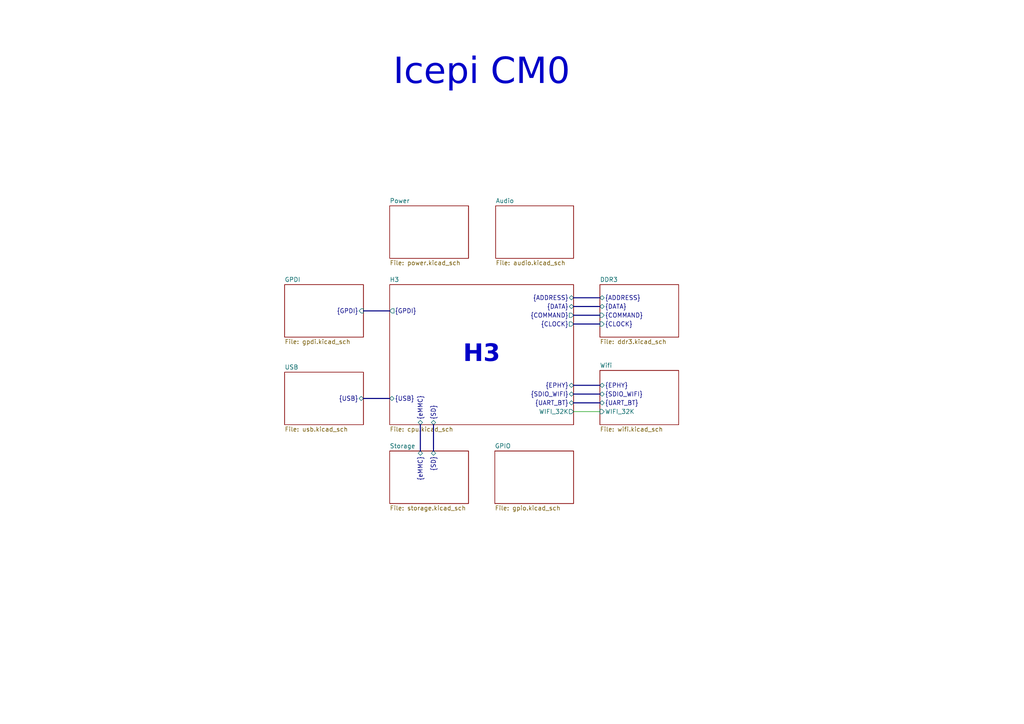
<source format=kicad_sch>
(kicad_sch
	(version 20250114)
	(generator "eeschema")
	(generator_version "9.0")
	(uuid "b53f5dbb-8078-4818-9e8f-fdf90ba6d854")
	(paper "A4")
	(title_block
		(title "Icepi CM0")
		(date "2025-11-03")
		(rev "v1.0")
		(company "Icy Electronics")
		(comment 1 "Chengyin Yao (cheyao)")
		(comment 2 "https://github.com/cheyao/icepi-cm0")
	)
	(lib_symbols)
	(text "H3"
		(exclude_from_sim no)
		(at 139.7 104.14 0)
		(effects
			(font
				(face "Fira Sans SemiBold")
				(size 5 5)
			)
		)
		(uuid "a59f2c61-4ae6-49f7-a3f4-23665f9544b6")
	)
	(text "Icepi CM0"
		(exclude_from_sim no)
		(at 139.7 23.114 0)
		(effects
			(font
				(face "Fira Sans Medium")
				(size 7.5 7.5)
			)
		)
		(uuid "de8ea4d3-288e-4dbd-96ad-abe273526089")
	)
	(bus
		(pts
			(xy 105.41 90.17) (xy 113.03 90.17)
		)
		(stroke
			(width 0)
			(type default)
		)
		(uuid "0b1276b5-9014-4974-9de3-1fdcc209ee54")
	)
	(bus
		(pts
			(xy 166.37 116.84) (xy 173.99 116.84)
		)
		(stroke
			(width 0)
			(type default)
		)
		(uuid "269da0b4-5a9a-40ba-aeb3-0de572b15d89")
	)
	(bus
		(pts
			(xy 105.41 115.57) (xy 113.03 115.57)
		)
		(stroke
			(width 0)
			(type default)
		)
		(uuid "299ee8cb-d90f-4fbf-8e82-40d5cea3279b")
	)
	(bus
		(pts
			(xy 125.73 123.19) (xy 125.73 130.81)
		)
		(stroke
			(width 0)
			(type default)
		)
		(uuid "3c58e3dc-22e3-4a2d-a870-bd245fd81f06")
	)
	(bus
		(pts
			(xy 166.37 111.76) (xy 173.99 111.76)
		)
		(stroke
			(width 0)
			(type default)
		)
		(uuid "81fd1982-9b9f-4ffc-8e82-207892af44fa")
	)
	(bus
		(pts
			(xy 166.37 114.3) (xy 173.99 114.3)
		)
		(stroke
			(width 0)
			(type default)
		)
		(uuid "8b3660aa-459d-476e-8749-27eeaaf70335")
	)
	(bus
		(pts
			(xy 166.37 86.36) (xy 173.99 86.36)
		)
		(stroke
			(width 0)
			(type default)
		)
		(uuid "8c80bc53-ea4d-4714-9acc-49d715330b8a")
	)
	(wire
		(pts
			(xy 166.37 119.38) (xy 173.99 119.38)
		)
		(stroke
			(width 0)
			(type default)
		)
		(uuid "b51db123-3153-4364-8462-30dfb1575cd2")
	)
	(bus
		(pts
			(xy 166.37 88.9) (xy 173.99 88.9)
		)
		(stroke
			(width 0)
			(type default)
		)
		(uuid "ca042859-03de-45e8-ad2e-40eec1cfccd0")
	)
	(bus
		(pts
			(xy 166.37 93.98) (xy 173.99 93.98)
		)
		(stroke
			(width 0)
			(type default)
		)
		(uuid "ebc59cd1-a025-41bc-ab7b-36b984685a4a")
	)
	(bus
		(pts
			(xy 166.37 91.44) (xy 173.99 91.44)
		)
		(stroke
			(width 0)
			(type default)
		)
		(uuid "edbd6071-78a4-4d79-81ee-bd317d20a576")
	)
	(bus
		(pts
			(xy 121.92 123.19) (xy 121.92 130.81)
		)
		(stroke
			(width 0)
			(type default)
		)
		(uuid "f20d7b01-7db3-4072-8d0c-6b6faa1c3adb")
	)
	(sheet
		(at 173.99 82.55)
		(size 22.86 15.24)
		(exclude_from_sim no)
		(in_bom yes)
		(on_board yes)
		(dnp no)
		(fields_autoplaced yes)
		(stroke
			(width 0.1524)
			(type solid)
		)
		(fill
			(color 0 0 0 0.0000)
		)
		(uuid "32a4bb18-2695-4537-bbd4-f872ec13cb53")
		(property "Sheetname" "DDR3"
			(at 173.99 81.8384 0)
			(effects
				(font
					(size 1.27 1.27)
				)
				(justify left bottom)
			)
		)
		(property "Sheetfile" "ddr3.kicad_sch"
			(at 173.99 98.3746 0)
			(effects
				(font
					(size 1.27 1.27)
				)
				(justify left top)
			)
		)
		(pin "{ADDRESS}" bidirectional
			(at 173.99 86.36 180)
			(uuid "b3d37997-1d4a-4083-bf6c-e059e5aa7a28")
			(effects
				(font
					(size 1.27 1.27)
				)
				(justify left)
			)
		)
		(pin "{COMMAND}" input
			(at 173.99 91.44 180)
			(uuid "bc20fe1c-cc4a-408b-bd12-2807e045ff8a")
			(effects
				(font
					(size 1.27 1.27)
				)
				(justify left)
			)
		)
		(pin "{CLOCK}" input
			(at 173.99 93.98 180)
			(uuid "846aa351-112d-428f-8ca8-f6007803d173")
			(effects
				(font
					(size 1.27 1.27)
				)
				(justify left)
			)
		)
		(pin "{DATA}" bidirectional
			(at 173.99 88.9 180)
			(uuid "bb7a7eb4-c720-4152-9a21-45fc181df5f6")
			(effects
				(font
					(size 1.27 1.27)
				)
				(justify left)
			)
		)
		(instances
			(project "cm0"
				(path "/b53f5dbb-8078-4818-9e8f-fdf90ba6d854"
					(page "3")
				)
			)
		)
	)
	(sheet
		(at 143.51 130.81)
		(size 22.86 15.24)
		(exclude_from_sim no)
		(in_bom yes)
		(on_board yes)
		(dnp no)
		(fields_autoplaced yes)
		(stroke
			(width 0.1524)
			(type solid)
		)
		(fill
			(color 0 0 0 0.0000)
		)
		(uuid "452e4208-fdd2-4279-8880-491fefaabe1c")
		(property "Sheetname" "GPIO"
			(at 143.51 130.0984 0)
			(effects
				(font
					(size 1.27 1.27)
				)
				(justify left bottom)
			)
		)
		(property "Sheetfile" "gpio.kicad_sch"
			(at 143.51 146.6346 0)
			(effects
				(font
					(size 1.27 1.27)
				)
				(justify left top)
			)
		)
		(instances
			(project "cm0"
				(path "/b53f5dbb-8078-4818-9e8f-fdf90ba6d854"
					(page "9")
				)
			)
		)
	)
	(sheet
		(at 113.03 59.69)
		(size 22.86 15.24)
		(exclude_from_sim no)
		(in_bom yes)
		(on_board yes)
		(dnp no)
		(fields_autoplaced yes)
		(stroke
			(width 0.1524)
			(type solid)
		)
		(fill
			(color 0 0 0 0.0000)
		)
		(uuid "4796fa81-9f97-477a-89b6-db3b604885cb")
		(property "Sheetname" "Power"
			(at 113.03 58.9784 0)
			(effects
				(font
					(size 1.27 1.27)
				)
				(justify left bottom)
			)
		)
		(property "Sheetfile" "power.kicad_sch"
			(at 113.03 75.5146 0)
			(effects
				(font
					(size 1.27 1.27)
				)
				(justify left top)
			)
		)
		(instances
			(project "cm0"
				(path "/b53f5dbb-8078-4818-9e8f-fdf90ba6d854"
					(page "8")
				)
			)
		)
	)
	(sheet
		(at 143.764 59.69)
		(size 22.606 15.24)
		(exclude_from_sim no)
		(in_bom yes)
		(on_board yes)
		(dnp no)
		(fields_autoplaced yes)
		(stroke
			(width 0.1524)
			(type solid)
		)
		(fill
			(color 0 0 0 0.0000)
		)
		(uuid "5ae223d4-d68f-4671-997c-b9179dc72885")
		(property "Sheetname" "Audio"
			(at 143.764 58.9784 0)
			(effects
				(font
					(size 1.27 1.27)
				)
				(justify left bottom)
			)
		)
		(property "Sheetfile" "audio.kicad_sch"
			(at 143.764 75.5146 0)
			(effects
				(font
					(size 1.27 1.27)
				)
				(justify left top)
			)
		)
		(instances
			(project "cm0"
				(path "/b53f5dbb-8078-4818-9e8f-fdf90ba6d854"
					(page "10")
				)
			)
		)
	)
	(sheet
		(at 82.55 107.95)
		(size 22.86 15.24)
		(exclude_from_sim no)
		(in_bom yes)
		(on_board yes)
		(dnp no)
		(fields_autoplaced yes)
		(stroke
			(width 0.1524)
			(type solid)
		)
		(fill
			(color 0 0 0 0.0000)
		)
		(uuid "62512c11-db29-412e-825e-173059bf3d51")
		(property "Sheetname" "USB"
			(at 82.55 107.2384 0)
			(effects
				(font
					(size 1.27 1.27)
				)
				(justify left bottom)
			)
		)
		(property "Sheetfile" "usb.kicad_sch"
			(at 82.55 123.7746 0)
			(effects
				(font
					(size 1.27 1.27)
				)
				(justify left top)
			)
		)
		(pin "{USB}" bidirectional
			(at 105.41 115.57 0)
			(uuid "39fdee15-75b9-4fa4-a448-ca071cd3c5e1")
			(effects
				(font
					(size 1.27 1.27)
				)
				(justify right)
			)
		)
		(instances
			(project "cm0"
				(path "/b53f5dbb-8078-4818-9e8f-fdf90ba6d854"
					(page "6")
				)
			)
		)
	)
	(sheet
		(at 173.99 107.442)
		(size 22.86 15.748)
		(exclude_from_sim no)
		(in_bom yes)
		(on_board yes)
		(dnp no)
		(fields_autoplaced yes)
		(stroke
			(width 0.1524)
			(type solid)
		)
		(fill
			(color 0 0 0 0.0000)
		)
		(uuid "70db3a50-a0a5-4d0a-8f2e-7c03c0a0ef9b")
		(property "Sheetname" "Wifi"
			(at 173.99 106.7304 0)
			(effects
				(font
					(size 1.27 1.27)
				)
				(justify left bottom)
			)
		)
		(property "Sheetfile" "wifi.kicad_sch"
			(at 173.99 123.7746 0)
			(effects
				(font
					(size 1.27 1.27)
				)
				(justify left top)
			)
		)
		(pin "WIFI_32K" input
			(at 173.99 119.38 180)
			(uuid "85fe4a53-471e-43bc-87fd-c56e6d1ba5d4")
			(effects
				(font
					(size 1.27 1.27)
				)
				(justify left)
			)
		)
		(pin "{SDIO_WIFI}" bidirectional
			(at 173.99 114.3 180)
			(uuid "b7e461d2-d042-4c27-85d6-edf83f02853f")
			(effects
				(font
					(size 1.27 1.27)
				)
				(justify left)
			)
		)
		(pin "{UART_BT}" bidirectional
			(at 173.99 116.84 180)
			(uuid "e855b8e6-6b53-47fd-8c5d-da4cf014b14b")
			(effects
				(font
					(size 1.27 1.27)
				)
				(justify left)
			)
		)
		(pin "{EPHY}" bidirectional
			(at 173.99 111.76 180)
			(uuid "148412c5-fa5e-4869-b5e5-42f394fcf132")
			(effects
				(font
					(size 1.27 1.27)
				)
				(justify left)
			)
		)
		(instances
			(project "cm0"
				(path "/b53f5dbb-8078-4818-9e8f-fdf90ba6d854"
					(page "4")
				)
			)
		)
	)
	(sheet
		(at 113.03 130.81)
		(size 22.86 15.24)
		(exclude_from_sim no)
		(in_bom yes)
		(on_board yes)
		(dnp no)
		(fields_autoplaced yes)
		(stroke
			(width 0.1524)
			(type solid)
		)
		(fill
			(color 0 0 0 0.0000)
		)
		(uuid "bbbf0a3c-34ab-4b2d-85d9-faf7e9a88445")
		(property "Sheetname" "Storage"
			(at 113.03 130.0984 0)
			(effects
				(font
					(size 1.27 1.27)
				)
				(justify left bottom)
			)
		)
		(property "Sheetfile" "storage.kicad_sch"
			(at 113.03 146.6346 0)
			(effects
				(font
					(size 1.27 1.27)
				)
				(justify left top)
			)
		)
		(pin "{eMMC}" bidirectional
			(at 121.92 130.81 90)
			(uuid "7632f076-4fce-41b0-83c8-cc13eacb227e")
			(effects
				(font
					(size 1.27 1.27)
				)
				(justify right)
			)
		)
		(pin "{SD}" bidirectional
			(at 125.73 130.81 90)
			(uuid "4f0b1f9e-fe1b-439b-9fdd-dfa75b895453")
			(effects
				(font
					(size 1.27 1.27)
				)
				(justify right)
			)
		)
		(instances
			(project "cm0"
				(path "/b53f5dbb-8078-4818-9e8f-fdf90ba6d854"
					(page "7")
				)
			)
		)
	)
	(sheet
		(at 82.55 82.55)
		(size 22.86 15.24)
		(exclude_from_sim no)
		(in_bom yes)
		(on_board yes)
		(dnp no)
		(fields_autoplaced yes)
		(stroke
			(width 0.1524)
			(type solid)
		)
		(fill
			(color 0 0 0 0.0000)
		)
		(uuid "f05ec484-f958-442a-a016-134b1e35dc2c")
		(property "Sheetname" "GPDI"
			(at 82.55 81.8384 0)
			(effects
				(font
					(size 1.27 1.27)
				)
				(justify left bottom)
			)
		)
		(property "Sheetfile" "gpdi.kicad_sch"
			(at 82.55 98.3746 0)
			(effects
				(font
					(size 1.27 1.27)
				)
				(justify left top)
			)
		)
		(pin "{GPDI}" input
			(at 105.41 90.17 0)
			(uuid "68e29fe2-08eb-4f7d-9714-7a86b4462026")
			(effects
				(font
					(size 1.27 1.27)
				)
				(justify right)
			)
		)
		(instances
			(project "cm0"
				(path "/b53f5dbb-8078-4818-9e8f-fdf90ba6d854"
					(page "5")
				)
			)
		)
	)
	(sheet
		(at 113.03 82.55)
		(size 53.34 40.64)
		(exclude_from_sim no)
		(in_bom yes)
		(on_board yes)
		(dnp no)
		(fields_autoplaced yes)
		(stroke
			(width 0.1524)
			(type solid)
		)
		(fill
			(color 0 0 0 0.0000)
		)
		(uuid "f68014a7-1ee9-4b8d-9f3d-298c7b89ee9f")
		(property "Sheetname" "H3"
			(at 113.03 81.8384 0)
			(effects
				(font
					(size 1.27 1.27)
				)
				(justify left bottom)
			)
		)
		(property "Sheetfile" "cpu.kicad_sch"
			(at 113.03 123.7746 0)
			(effects
				(font
					(size 1.27 1.27)
				)
				(justify left top)
			)
		)
		(pin "{ADDRESS}" bidirectional
			(at 166.37 86.36 0)
			(uuid "28aa1e5a-6bd0-4d1a-b2e5-470314909605")
			(effects
				(font
					(size 1.27 1.27)
				)
				(justify right)
			)
		)
		(pin "{CLOCK}" output
			(at 166.37 93.98 0)
			(uuid "9d36d961-8bfa-4bb5-b190-a52eb6d31850")
			(effects
				(font
					(size 1.27 1.27)
				)
				(justify right)
			)
		)
		(pin "{DATA}" bidirectional
			(at 166.37 88.9 0)
			(uuid "849b3046-4f9d-45b0-a027-c9a71215d5f4")
			(effects
				(font
					(size 1.27 1.27)
				)
				(justify right)
			)
		)
		(pin "{COMMAND}" output
			(at 166.37 91.44 0)
			(uuid "d5e7f794-9f97-4993-92d6-308930df7c93")
			(effects
				(font
					(size 1.27 1.27)
				)
				(justify right)
			)
		)
		(pin "{SDIO_WIFI}" bidirectional
			(at 166.37 114.3 0)
			(uuid "21f86a57-21d9-4744-b7e1-befdf25ff771")
			(effects
				(font
					(size 1.27 1.27)
				)
				(justify right)
			)
		)
		(pin "{UART_BT}" bidirectional
			(at 166.37 116.84 0)
			(uuid "ecad4577-8036-48a4-a6f8-545b975e0f82")
			(effects
				(font
					(size 1.27 1.27)
				)
				(justify right)
			)
		)
		(pin "WIFI_32K" output
			(at 166.37 119.38 0)
			(uuid "14e0482f-4874-4f3d-bb9e-9199513bb2b5")
			(effects
				(font
					(size 1.27 1.27)
				)
				(justify right)
			)
		)
		(pin "{GPDI}" output
			(at 113.03 90.17 180)
			(uuid "ab45e475-685c-441a-b785-c25452c45056")
			(effects
				(font
					(size 1.27 1.27)
				)
				(justify left)
			)
		)
		(pin "{USB}" bidirectional
			(at 113.03 115.57 180)
			(uuid "917918da-ca50-4f26-8b47-9546ec5ace62")
			(effects
				(font
					(size 1.27 1.27)
				)
				(justify left)
			)
		)
		(pin "{EPHY}" bidirectional
			(at 166.37 111.76 0)
			(uuid "84768cd3-e4d7-4d0b-b344-9d9d5c16cbd7")
			(effects
				(font
					(size 1.27 1.27)
				)
				(justify right)
			)
		)
		(pin "{eMMC}" bidirectional
			(at 121.92 123.19 270)
			(uuid "bfe8f267-4d4b-4815-bed6-004b672c5e16")
			(effects
				(font
					(size 1.27 1.27)
				)
				(justify left)
			)
		)
		(pin "{SD}" bidirectional
			(at 125.73 123.19 270)
			(uuid "f55e2a50-b216-43da-98fe-796e967d9cbb")
			(effects
				(font
					(size 1.27 1.27)
				)
				(justify left)
			)
		)
		(instances
			(project "cm0"
				(path "/b53f5dbb-8078-4818-9e8f-fdf90ba6d854"
					(page "2")
				)
			)
		)
	)
	(sheet_instances
		(path "/"
			(page "1")
		)
	)
	(embedded_fonts no)
)

</source>
